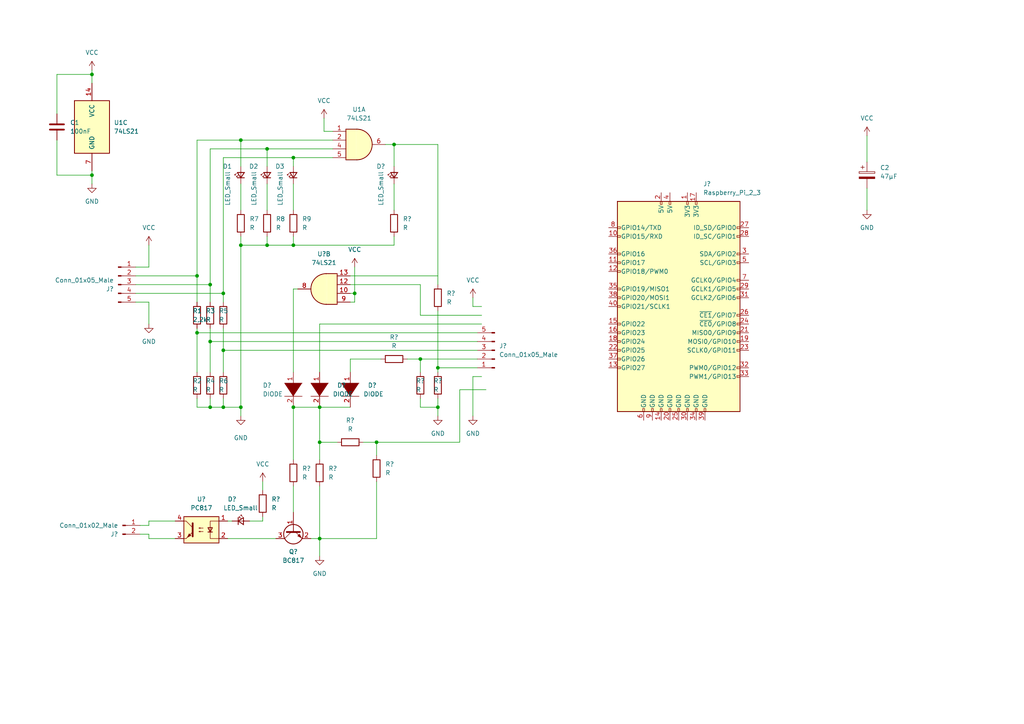
<source format=kicad_sch>
(kicad_sch (version 20230121) (generator eeschema)
  (paper "A4")
  (lib_symbols
    (symbol "74LS21_1" (pin_names (offset 1.016))
      (property "Reference" "U" (at 0 1.27 0))
      (property "Value" "74LS21_1" (at 0 -1.27 0))
      (symbol "74LS21_1_1_1"
        (arc (start -0.635 -4.445) (mid 3.7907 0) (end -0.635 4.445) (stroke (width 0.254)) (fill (type background)))
        (polyline (pts (xy -0.635 4.445) (xy -3.81 4.445) (xy -3.81 -4.445) (xy -0.635 -4.445)) (stroke (width 0.254)) (fill (type background)))
        (pin input line (at -7.62 3.81 0) (length 3.81) (name "~") (number "1"))
        (pin input line (at -7.62 1.27 0) (length 3.81) (name "~") (number "2"))
        (pin input line (at -7.62 -1.27 0) (length 3.81) (name "~") (number "4"))
        (pin input line (at -7.62 -3.81 0) (length 3.81) (name "~") (number "5"))
        (pin output line (at 7.62 0 180) (length 3.81) (name "~") (number "6"))
      )
      (symbol "74LS21_1_1_2"
        (arc (start -3.81 -4.445) (mid -2.5908 0) (end -3.81 4.445) (stroke (width 0.254)))
        (arc (start -0.6096 -4.445) (mid 2.224 -2.8428) (end 3.81 0) (stroke (width 0.254)) (fill (type background)))
        (polyline (pts (xy -3.81 -4.445) (xy -0.635 -4.445)) (stroke (width 0.254)) (fill (type background)))
        (polyline (pts (xy -3.81 4.445) (xy -0.635 4.445)) (stroke (width 0.254)) (fill (type background)))
        (polyline (pts (xy -0.635 4.445) (xy -3.81 4.445) (xy -3.81 4.445) (xy -3.6322 4.0894) (xy -3.0988 2.921) (xy -2.7686 1.6764) (xy -2.6162 0.4318) (xy -2.6416 -0.8636) (xy -2.8702 -2.1082) (xy -3.2512 -3.3274) (xy -3.81 -4.445) (xy -3.81 -4.445) (xy -0.635 -4.445)) (stroke (width -25.4)) (fill (type background)))
        (arc (start 3.81 0) (mid 2.2198 2.8386) (end -0.6096 4.445) (stroke (width 0.254)) (fill (type background)))
        (pin input inverted (at -7.62 3.81 0) (length 3.81) (name "~") (number "1"))
        (pin input inverted (at -7.62 1.27 0) (length 4.826) (name "~") (number "2"))
        (pin input inverted (at -7.62 -1.27 0) (length 4.826) (name "~") (number "4"))
        (pin input inverted (at -7.62 -3.81 0) (length 3.81) (name "~") (number "5"))
        (pin output inverted (at 7.62 0 180) (length 3.81) (name "~") (number "6"))
      )
      (symbol "74LS21_1_2_1"
        (arc (start -0.635 -4.445) (mid 3.7907 0) (end -0.635 4.445) (stroke (width 0.254)) (fill (type background)))
        (polyline (pts (xy -0.635 4.445) (xy -3.81 4.445) (xy -3.81 -4.445) (xy -0.635 -4.445)) (stroke (width 0.254)) (fill (type background)))
        (pin input line (at -7.62 1.27 0) (length 3.81) (name "~") (number "10"))
        (pin input line (at -7.62 -1.27 0) (length 3.81) (name "~") (number "12"))
        (pin input line (at -7.62 -3.81 0) (length 3.81) (name "~") (number "13"))
        (pin output line (at 7.62 0 180) (length 3.81) (name "~") (number "8"))
        (pin input line (at -7.62 3.81 0) (length 3.81) (name "~") (number "9"))
      )
      (symbol "74LS21_1_2_2"
        (arc (start -3.81 -4.445) (mid -2.5908 0) (end -3.81 4.445) (stroke (width 0.254)))
        (arc (start -0.6096 -4.445) (mid 2.224 -2.8428) (end 3.81 0) (stroke (width 0.254)) (fill (type background)))
        (polyline (pts (xy -3.81 -4.445) (xy -0.635 -4.445)) (stroke (width 0.254)) (fill (type background)))
        (polyline (pts (xy -3.81 4.445) (xy -0.635 4.445)) (stroke (width 0.254)) (fill (type background)))
        (polyline (pts (xy -0.635 4.445) (xy -3.81 4.445) (xy -3.81 4.445) (xy -3.6322 4.0894) (xy -3.0988 2.921) (xy -2.7686 1.6764) (xy -2.6162 0.4318) (xy -2.6416 -0.8636) (xy -2.8702 -2.1082) (xy -3.2512 -3.3274) (xy -3.81 -4.445) (xy -3.81 -4.445) (xy -0.635 -4.445)) (stroke (width -25.4)) (fill (type background)))
        (arc (start 3.81 0) (mid 2.2198 2.8386) (end -0.6096 4.445) (stroke (width 0.254)) (fill (type background)))
        (pin input inverted (at -7.62 1.27 0) (length 4.826) (name "~") (number "10"))
        (pin input inverted (at -7.62 -1.27 0) (length 4.826) (name "~") (number "12"))
        (pin input inverted (at -7.62 -3.81 0) (length 3.81) (name "~") (number "13"))
        (pin output inverted (at 7.62 0 180) (length 3.81) (name "~") (number "8"))
        (pin input inverted (at -7.62 3.81 0) (length 3.81) (name "~") (number "9"))
      )
      (symbol "74LS21_1_3_0"
        (pin power_in line (at 0 12.7 270) (length 5.08) (name "VCC") (number "14"))
        (pin power_in line (at 0 -12.7 90) (length 5.08) (name "GND") (number "7"))
      )
      (symbol "74LS21_1_3_1"
        (rectangle (start -5.08 7.62) (end 5.08 -7.62) (stroke (width 0.254)) (fill (type background)))
      )
    )
    (symbol "74xx:74LS21" (pin_names (offset 1.016))
      (property "Reference" "U" (at 0 1.27 0))
      (property "Value" "74LS21" (at 0 -1.27 0))
      (symbol "74LS21_1_1"
        (arc (start -0.635 -4.445) (mid 3.7907 0) (end -0.635 4.445) (stroke (width 0.254)) (fill (type background)))
        (polyline (pts (xy -0.635 4.445) (xy -3.81 4.445) (xy -3.81 -4.445) (xy -0.635 -4.445)) (stroke (width 0.254)) (fill (type background)))
        (pin input line (at -7.62 3.81 0) (length 3.81) (name "~") (number "1"))
        (pin input line (at -7.62 1.27 0) (length 3.81) (name "~") (number "2"))
        (pin input line (at -7.62 -1.27 0) (length 3.81) (name "~") (number "4"))
        (pin input line (at -7.62 -3.81 0) (length 3.81) (name "~") (number "5"))
        (pin output line (at 7.62 0 180) (length 3.81) (name "~") (number "6"))
      )
      (symbol "74LS21_1_2"
        (arc (start -3.81 -4.445) (mid -2.5908 0) (end -3.81 4.445) (stroke (width 0.254)))
        (arc (start -0.6096 -4.445) (mid 2.224 -2.8428) (end 3.81 0) (stroke (width 0.254)) (fill (type background)))
        (polyline (pts (xy -3.81 -4.445) (xy -0.635 -4.445)) (stroke (width 0.254)) (fill (type background)))
        (polyline (pts (xy -3.81 4.445) (xy -0.635 4.445)) (stroke (width 0.254)) (fill (type background)))
        (polyline (pts (xy -0.635 4.445) (xy -3.81 4.445) (xy -3.81 4.445) (xy -3.6322 4.0894) (xy -3.0988 2.921) (xy -2.7686 1.6764) (xy -2.6162 0.4318) (xy -2.6416 -0.8636) (xy -2.8702 -2.1082) (xy -3.2512 -3.3274) (xy -3.81 -4.445) (xy -3.81 -4.445) (xy -0.635 -4.445)) (stroke (width -25.4)) (fill (type background)))
        (arc (start 3.81 0) (mid 2.2198 2.8386) (end -0.6096 4.445) (stroke (width 0.254)) (fill (type background)))
        (pin input inverted (at -7.62 3.81 0) (length 3.81) (name "~") (number "1"))
        (pin input inverted (at -7.62 1.27 0) (length 4.826) (name "~") (number "2"))
        (pin input inverted (at -7.62 -1.27 0) (length 4.826) (name "~") (number "4"))
        (pin input inverted (at -7.62 -3.81 0) (length 3.81) (name "~") (number "5"))
        (pin output inverted (at 7.62 0 180) (length 3.81) (name "~") (number "6"))
      )
      (symbol "74LS21_2_1"
        (arc (start -0.635 -4.445) (mid 3.7907 0) (end -0.635 4.445) (stroke (width 0.254)) (fill (type background)))
        (polyline (pts (xy -0.635 4.445) (xy -3.81 4.445) (xy -3.81 -4.445) (xy -0.635 -4.445)) (stroke (width 0.254)) (fill (type background)))
        (pin input line (at -7.62 1.27 0) (length 3.81) (name "~") (number "10"))
        (pin input line (at -7.62 -1.27 0) (length 3.81) (name "~") (number "12"))
        (pin input line (at -7.62 -3.81 0) (length 3.81) (name "~") (number "13"))
        (pin output line (at 7.62 0 180) (length 3.81) (name "~") (number "8"))
        (pin input line (at -7.62 3.81 0) (length 3.81) (name "~") (number "9"))
      )
      (symbol "74LS21_2_2"
        (arc (start -3.81 -4.445) (mid -2.5908 0) (end -3.81 4.445) (stroke (width 0.254)))
        (arc (start -0.6096 -4.445) (mid 2.224 -2.8428) (end 3.81 0) (stroke (width 0.254)) (fill (type background)))
        (polyline (pts (xy -3.81 -4.445) (xy -0.635 -4.445)) (stroke (width 0.254)) (fill (type background)))
        (polyline (pts (xy -3.81 4.445) (xy -0.635 4.445)) (stroke (width 0.254)) (fill (type background)))
        (polyline (pts (xy -0.635 4.445) (xy -3.81 4.445) (xy -3.81 4.445) (xy -3.6322 4.0894) (xy -3.0988 2.921) (xy -2.7686 1.6764) (xy -2.6162 0.4318) (xy -2.6416 -0.8636) (xy -2.8702 -2.1082) (xy -3.2512 -3.3274) (xy -3.81 -4.445) (xy -3.81 -4.445) (xy -0.635 -4.445)) (stroke (width -25.4)) (fill (type background)))
        (arc (start 3.81 0) (mid 2.2198 2.8386) (end -0.6096 4.445) (stroke (width 0.254)) (fill (type background)))
        (pin input inverted (at -7.62 1.27 0) (length 4.826) (name "~") (number "10"))
        (pin input inverted (at -7.62 -1.27 0) (length 4.826) (name "~") (number "12"))
        (pin input inverted (at -7.62 -3.81 0) (length 3.81) (name "~") (number "13"))
        (pin output inverted (at 7.62 0 180) (length 3.81) (name "~") (number "8"))
        (pin input inverted (at -7.62 3.81 0) (length 3.81) (name "~") (number "9"))
      )
      (symbol "74LS21_3_0"
        (pin power_in line (at 0 12.7 270) (length 5.08) (name "VCC") (number "14"))
        (pin power_in line (at 0 -12.7 90) (length 5.08) (name "GND") (number "7"))
      )
      (symbol "74LS21_3_1"
        (rectangle (start -5.08 7.62) (end 5.08 -7.62) (stroke (width 0.254)) (fill (type background)))
      )
    )
    (symbol "Connector:Conn_01x02_Male" (pin_names (offset 1.016) hide)
      (property "Reference" "J" (at 0 2.54 0))
      (property "Value" "Conn_01x02_Male" (at 0 -5.08 0))
      (symbol "Conn_01x02_Male_1_1"
        (polyline (pts (xy 1.27 -2.54) (xy 0.8636 -2.54)) (stroke (width 0.1524)))
        (polyline (pts (xy 1.27 0) (xy 0.8636 0)) (stroke (width 0.1524)))
        (rectangle (start 0.8636 -2.413) (end 0 -2.667) (stroke (width 0.1524)) (fill (type outline)))
        (rectangle (start 0.8636 0.127) (end 0 -0.127) (stroke (width 0.1524)) (fill (type outline)))
        (pin passive line (at 5.08 0 180) (length 3.81) (name "Pin_1") (number "1"))
        (pin passive line (at 5.08 -2.54 180) (length 3.81) (name "Pin_2") (number "2"))
      )
    )
    (symbol "Connector:Conn_01x05_Male" (pin_names (offset 1.016) hide)
      (property "Reference" "J" (at 0 7.62 0))
      (property "Value" "Conn_01x05_Male" (at 0 -7.62 0))
      (symbol "Conn_01x05_Male_1_1"
        (polyline (pts (xy 1.27 -5.08) (xy 0.8636 -5.08)) (stroke (width 0.1524)))
        (polyline (pts (xy 1.27 -2.54) (xy 0.8636 -2.54)) (stroke (width 0.1524)))
        (polyline (pts (xy 1.27 0) (xy 0.8636 0)) (stroke (width 0.1524)))
        (polyline (pts (xy 1.27 2.54) (xy 0.8636 2.54)) (stroke (width 0.1524)))
        (polyline (pts (xy 1.27 5.08) (xy 0.8636 5.08)) (stroke (width 0.1524)))
        (rectangle (start 0.8636 -4.953) (end 0 -5.207) (stroke (width 0.1524)) (fill (type outline)))
        (rectangle (start 0.8636 -2.413) (end 0 -2.667) (stroke (width 0.1524)) (fill (type outline)))
        (rectangle (start 0.8636 0.127) (end 0 -0.127) (stroke (width 0.1524)) (fill (type outline)))
        (rectangle (start 0.8636 2.667) (end 0 2.413) (stroke (width 0.1524)) (fill (type outline)))
        (rectangle (start 0.8636 5.207) (end 0 4.953) (stroke (width 0.1524)) (fill (type outline)))
        (pin passive line (at 5.08 5.08 180) (length 3.81) (name "Pin_1") (number "1"))
        (pin passive line (at 5.08 2.54 180) (length 3.81) (name "Pin_2") (number "2"))
        (pin passive line (at 5.08 0 180) (length 3.81) (name "Pin_3") (number "3"))
        (pin passive line (at 5.08 -2.54 180) (length 3.81) (name "Pin_4") (number "4"))
        (pin passive line (at 5.08 -5.08 180) (length 3.81) (name "Pin_5") (number "5"))
      )
    )
    (symbol "Connector:Raspberry_Pi_2_3" (pin_names (offset 1.016))
      (property "Reference" "J" (at -17.78 31.75 0))
      (property "Value" "Raspberry_Pi_2_3" (at 10.16 -31.75 0))
      (symbol "Raspberry_Pi_2_3_0_1"
        (rectangle (start -17.78 30.48) (end 17.78 -30.48) (stroke (width 0.254)) (fill (type background)))
      )
      (symbol "Raspberry_Pi_2_3_1_1"
        (rectangle (start -16.891 -17.526) (end -17.78 -18.034))
        (rectangle (start -16.891 -14.986) (end -17.78 -15.494))
        (rectangle (start -16.891 -12.446) (end -17.78 -12.954))
        (rectangle (start -16.891 -9.906) (end -17.78 -10.414))
        (rectangle (start -16.891 -7.366) (end -17.78 -7.874))
        (rectangle (start -16.891 -4.826) (end -17.78 -5.334))
        (rectangle (start -16.891 0.254) (end -17.78 -0.254))
        (rectangle (start -16.891 2.794) (end -17.78 2.286))
        (rectangle (start -16.891 5.334) (end -17.78 4.826))
        (rectangle (start -16.891 10.414) (end -17.78 9.906))
        (rectangle (start -16.891 12.954) (end -17.78 12.446))
        (rectangle (start -16.891 15.494) (end -17.78 14.986))
        (rectangle (start -16.891 20.574) (end -17.78 20.066))
        (rectangle (start -16.891 23.114) (end -17.78 22.606))
        (rectangle (start -10.414 -29.591) (end -9.906 -30.48))
        (rectangle (start -7.874 -29.591) (end -7.366 -30.48))
        (rectangle (start -5.334 -29.591) (end -4.826 -30.48))
        (rectangle (start -5.334 30.48) (end -4.826 29.591))
        (rectangle (start -2.794 -29.591) (end -2.286 -30.48))
        (rectangle (start -2.794 30.48) (end -2.286 29.591))
        (rectangle (start -0.254 -29.591) (end 0.254 -30.48))
        (rectangle (start 2.286 -29.591) (end 2.794 -30.48))
        (rectangle (start 2.286 30.48) (end 2.794 29.591))
        (rectangle (start 4.826 -29.591) (end 5.334 -30.48))
        (rectangle (start 4.826 30.48) (end 5.334 29.591))
        (rectangle (start 7.366 -29.591) (end 7.874 -30.48))
        (rectangle (start 17.78 -20.066) (end 16.891 -20.574))
        (rectangle (start 17.78 -17.526) (end 16.891 -18.034))
        (rectangle (start 17.78 -12.446) (end 16.891 -12.954))
        (rectangle (start 17.78 -9.906) (end 16.891 -10.414))
        (rectangle (start 17.78 -7.366) (end 16.891 -7.874))
        (rectangle (start 17.78 -4.826) (end 16.891 -5.334))
        (rectangle (start 17.78 -2.286) (end 16.891 -2.794))
        (rectangle (start 17.78 2.794) (end 16.891 2.286))
        (rectangle (start 17.78 5.334) (end 16.891 4.826))
        (rectangle (start 17.78 7.874) (end 16.891 7.366))
        (rectangle (start 17.78 12.954) (end 16.891 12.446))
        (rectangle (start 17.78 15.494) (end 16.891 14.986))
        (rectangle (start 17.78 20.574) (end 16.891 20.066))
        (rectangle (start 17.78 23.114) (end 16.891 22.606))
        (pin power_in line (at 2.54 33.02 270) (length 2.54) (name "3V3") (number "1"))
        (pin bidirectional line (at -20.32 20.32 0) (length 2.54) (name "GPIO15/RXD") (number "10"))
        (pin bidirectional line (at -20.32 12.7 0) (length 2.54) (name "GPIO17") (number "11"))
        (pin bidirectional line (at -20.32 10.16 0) (length 2.54) (name "GPIO18/PWM0") (number "12"))
        (pin bidirectional line (at -20.32 -17.78 0) (length 2.54) (name "GPIO27") (number "13"))
        (pin power_in line (at -5.08 -33.02 90) (length 2.54) (name "GND") (number "14"))
        (pin bidirectional line (at -20.32 -5.08 0) (length 2.54) (name "GPIO22") (number "15"))
        (pin bidirectional line (at -20.32 -7.62 0) (length 2.54) (name "GPIO23") (number "16"))
        (pin power_in line (at 5.08 33.02 270) (length 2.54) (name "3V3") (number "17"))
        (pin bidirectional line (at -20.32 -10.16 0) (length 2.54) (name "GPIO24") (number "18"))
        (pin bidirectional line (at 20.32 -10.16 180) (length 2.54) (name "MOSI0/GPIO10") (number "19"))
        (pin power_in line (at -5.08 33.02 270) (length 2.54) (name "5V") (number "2"))
        (pin power_in line (at -2.54 -33.02 90) (length 2.54) (name "GND") (number "20"))
        (pin bidirectional line (at 20.32 -7.62 180) (length 2.54) (name "MISO0/GPIO9") (number "21"))
        (pin bidirectional line (at -20.32 -12.7 0) (length 2.54) (name "GPIO25") (number "22"))
        (pin bidirectional line (at 20.32 -12.7 180) (length 2.54) (name "SCLK0/GPIO11") (number "23"))
        (pin bidirectional line (at 20.32 -5.08 180) (length 2.54) (name "~{CE0}/GPIO8") (number "24"))
        (pin power_in line (at 0 -33.02 90) (length 2.54) (name "GND") (number "25"))
        (pin bidirectional line (at 20.32 -2.54 180) (length 2.54) (name "~{CE1}/GPIO7") (number "26"))
        (pin bidirectional line (at 20.32 22.86 180) (length 2.54) (name "ID_SD/GPIO0") (number "27"))
        (pin bidirectional line (at 20.32 20.32 180) (length 2.54) (name "ID_SC/GPIO1") (number "28"))
        (pin bidirectional line (at 20.32 5.08 180) (length 2.54) (name "GCLK1/GPIO5") (number "29"))
        (pin bidirectional line (at 20.32 15.24 180) (length 2.54) (name "SDA/GPIO2") (number "3"))
        (pin power_in line (at 2.54 -33.02 90) (length 2.54) (name "GND") (number "30"))
        (pin bidirectional line (at 20.32 2.54 180) (length 2.54) (name "GCLK2/GPIO6") (number "31"))
        (pin bidirectional line (at 20.32 -17.78 180) (length 2.54) (name "PWM0/GPIO12") (number "32"))
        (pin bidirectional line (at 20.32 -20.32 180) (length 2.54) (name "PWM1/GPIO13") (number "33"))
        (pin power_in line (at 5.08 -33.02 90) (length 2.54) (name "GND") (number "34"))
        (pin bidirectional line (at -20.32 5.08 0) (length 2.54) (name "GPIO19/MISO1") (number "35"))
        (pin bidirectional line (at -20.32 15.24 0) (length 2.54) (name "GPIO16") (number "36"))
        (pin bidirectional line (at -20.32 -15.24 0) (length 2.54) (name "GPIO26") (number "37"))
        (pin bidirectional line (at -20.32 2.54 0) (length 2.54) (name "GPIO20/MOSI1") (number "38"))
        (pin power_in line (at 7.62 -33.02 90) (length 2.54) (name "GND") (number "39"))
        (pin power_in line (at -2.54 33.02 270) (length 2.54) (name "5V") (number "4"))
        (pin bidirectional line (at -20.32 0 0) (length 2.54) (name "GPIO21/SCLK1") (number "40"))
        (pin bidirectional line (at 20.32 12.7 180) (length 2.54) (name "SCL/GPIO3") (number "5"))
        (pin power_in line (at -10.16 -33.02 90) (length 2.54) (name "GND") (number "6"))
        (pin bidirectional line (at 20.32 7.62 180) (length 2.54) (name "GCLK0/GPIO4") (number "7"))
        (pin bidirectional line (at -20.32 22.86 0) (length 2.54) (name "GPIO14/TXD") (number "8"))
        (pin power_in line (at -7.62 -33.02 90) (length 2.54) (name "GND") (number "9"))
      )
    )
    (symbol "Device:C" (pin_numbers hide) (pin_names (offset 0.254))
      (property "Reference" "C" (at 0.635 2.54 0))
      (property "Value" "C" (at 0.635 -2.54 0))
      (symbol "C_0_1"
        (polyline (pts (xy -2.032 -0.762) (xy 2.032 -0.762)) (stroke (width 0.508)))
        (polyline (pts (xy -2.032 0.762) (xy 2.032 0.762)) (stroke (width 0.508)))
      )
      (symbol "C_1_1"
        (pin passive line (at 0 3.81 270) (length 2.794) (name "~") (number "1"))
        (pin passive line (at 0 -3.81 90) (length 2.794) (name "~") (number "2"))
      )
    )
    (symbol "Device:C_Polarized" (pin_numbers hide) (pin_names (offset 0.254))
      (property "Reference" "C" (at 0.635 2.54 0))
      (property "Value" "C_Polarized" (at 0.635 -2.54 0))
      (symbol "C_Polarized_0_1"
        (rectangle (start -2.286 0.508) (end 2.286 1.016))
        (polyline (pts (xy -1.778 2.286) (xy -0.762 2.286)))
        (polyline (pts (xy -1.27 2.794) (xy -1.27 1.778)))
        (rectangle (start 2.286 -0.508) (end -2.286 -1.016) (fill (type outline)))
      )
      (symbol "C_Polarized_1_1"
        (pin passive line (at 0 3.81 270) (length 2.794) (name "~") (number "1"))
        (pin passive line (at 0 -3.81 90) (length 2.794) (name "~") (number "2"))
      )
    )
    (symbol "Device:LED_Small" (pin_numbers hide) (pin_names (offset 0.254) hide)
      (property "Reference" "D" (at -1.27 3.175 0))
      (property "Value" "LED_Small" (at -4.445 -2.54 0))
      (symbol "LED_Small_0_1"
        (polyline (pts (xy -0.762 -1.016) (xy -0.762 1.016)) (stroke (width 0.254)))
        (polyline (pts (xy 1.016 0) (xy -0.762 0)))
        (polyline (pts (xy 0.762 -1.016) (xy -0.762 0) (xy 0.762 1.016) (xy 0.762 -1.016)) (stroke (width 0.254)))
        (polyline (pts (xy 0 0.762) (xy -0.508 1.27) (xy -0.254 1.27) (xy -0.508 1.27) (xy -0.508 1.016)))
        (polyline (pts (xy 0.508 1.27) (xy 0 1.778) (xy 0.254 1.778) (xy 0 1.778) (xy 0 1.524)))
      )
      (symbol "LED_Small_1_1"
        (pin passive line (at -2.54 0 0) (length 1.778) (name "K") (number "1"))
        (pin passive line (at 2.54 0 180) (length 1.778) (name "A") (number "2"))
      )
    )
    (symbol "Device:R" (pin_numbers hide) (pin_names (offset 0))
      (property "Reference" "R" (at 2.032 0 90))
      (property "Value" "R" (at 0 0 90))
      (symbol "R_0_1"
        (rectangle (start -1.016 -2.54) (end 1.016 2.54) (stroke (width 0.254)))
      )
      (symbol "R_1_1"
        (pin passive line (at 0 3.81 270) (length 1.27) (name "~") (number "1"))
        (pin passive line (at 0 -3.81 90) (length 1.27) (name "~") (number "2"))
      )
    )
    (symbol "Isolator:PC817" (pin_names (offset 1.016))
      (property "Reference" "U" (at -5.08 5.08 0))
      (property "Value" "PC817" (at 0 5.08 0))
      (symbol "PC817_0_1"
        (rectangle (start -5.08 3.81) (end 5.08 -3.81) (stroke (width 0.254)) (fill (type background)))
        (polyline (pts (xy -3.175 -0.635) (xy -1.905 -0.635)) (stroke (width 0.254)))
        (polyline (pts (xy 2.54 0.635) (xy 4.445 2.54)))
        (polyline (pts (xy 4.445 -2.54) (xy 2.54 -0.635)) (fill (type outline)))
        (polyline (pts (xy 4.445 -2.54) (xy 5.08 -2.54)))
        (polyline (pts (xy 4.445 2.54) (xy 5.08 2.54)))
        (polyline (pts (xy -5.08 2.54) (xy -2.54 2.54) (xy -2.54 -0.635)))
        (polyline (pts (xy -2.54 -0.635) (xy -2.54 -2.54) (xy -5.08 -2.54)))
        (polyline (pts (xy 2.54 1.905) (xy 2.54 -1.905) (xy 2.54 -1.905)) (stroke (width 0.508)))
        (polyline (pts (xy -2.54 -0.635) (xy -3.175 0.635) (xy -1.905 0.635) (xy -2.54 -0.635)) (stroke (width 0.254)))
        (polyline (pts (xy -0.508 -0.508) (xy 0.762 -0.508) (xy 0.381 -0.635) (xy 0.381 -0.381) (xy 0.762 -0.508)))
        (polyline (pts (xy -0.508 0.508) (xy 0.762 0.508) (xy 0.381 0.381) (xy 0.381 0.635) (xy 0.762 0.508)))
        (polyline (pts (xy 3.048 -1.651) (xy 3.556 -1.143) (xy 4.064 -2.159) (xy 3.048 -1.651) (xy 3.048 -1.651)) (fill (type outline)))
      )
      (symbol "PC817_1_1"
        (pin passive line (at -7.62 2.54 0) (length 2.54) (name "~") (number "1"))
        (pin passive line (at -7.62 -2.54 0) (length 2.54) (name "~") (number "2"))
        (pin passive line (at 7.62 -2.54 180) (length 2.54) (name "~") (number "3"))
        (pin passive line (at 7.62 2.54 180) (length 2.54) (name "~") (number "4"))
      )
    )
    (symbol "Transistor_BJT:BC817" (pin_names (offset 0) hide)
      (property "Reference" "Q" (at 5.08 1.905 0))
      (property "Value" "BC817" (at 5.08 0 0))
      (symbol "BC817_0_1"
        (polyline (pts (xy 0.635 0.635) (xy 2.54 2.54)))
        (polyline (pts (xy 0.635 -0.635) (xy 2.54 -2.54) (xy 2.54 -2.54)))
        (polyline (pts (xy 0.635 1.905) (xy 0.635 -1.905) (xy 0.635 -1.905)) (stroke (width 0.508)))
        (polyline (pts (xy 1.27 -1.778) (xy 1.778 -1.27) (xy 2.286 -2.286) (xy 1.27 -1.778) (xy 1.27 -1.778)) (fill (type outline)))
        (circle (center 1.27 0) (radius 2.8194) (stroke (width 0.254)))
      )
      (symbol "BC817_1_1"
        (pin input line (at -5.08 0 0) (length 5.715) (name "B") (number "1"))
        (pin passive line (at 2.54 -5.08 90) (length 2.54) (name "E") (number "2"))
        (pin passive line (at 2.54 5.08 270) (length 2.54) (name "C") (number "3"))
      )
    )
    (symbol "power:GND" (power) (pin_names (offset 0))
      (property "Value" "GND" (at 0 -3.81 0))
      (symbol "GND_0_1"
        (polyline (pts (xy 0 0) (xy 0 -1.27) (xy 1.27 -1.27) (xy 0 -2.54) (xy -1.27 -1.27) (xy 0 -1.27)))
      )
      (symbol "GND_1_1"
        (pin power_in line (at 0 0 270) (length 0) hide (name "GND") (number "1"))
      )
    )
    (symbol "power:VCC" (power) (pin_names (offset 0))
      (property "Value" "VCC" (at 0 3.81 0))
      (symbol "VCC_0_1"
        (polyline (pts (xy -0.762 1.27) (xy 0 2.54)))
        (polyline (pts (xy 0 0) (xy 0 2.54)))
        (polyline (pts (xy 0 2.54) (xy 0.762 1.27)))
      )
      (symbol "VCC_1_1"
        (pin power_in line (at 0 0 90) (length 0) hide (name "VCC") (number "1"))
      )
    )
    (symbol "pspice:DIODE" (pin_names (offset 1.016) hide)
      (property "Reference" "D" (at 0 3.81 0))
      (property "Value" "DIODE" (at 0 -4.445 0))
      (symbol "DIODE_0_1"
        (polyline (pts (xy 1.905 2.54) (xy 1.905 -2.54)))
        (polyline (pts (xy -1.905 2.54) (xy -1.905 -2.54) (xy 1.905 0)) (fill (type outline)))
      )
      (symbol "DIODE_1_1"
        (pin input line (at -5.08 0 0) (length 3.81) (name "K") (number "1"))
        (pin input line (at 5.08 0 180) (length 3.81) (name "A") (number "2"))
      )
    )
  )
  (junction (at 26.67 21.59))
  (junction (at 114.3 41.91))
  (junction (at 64.77 85.09))
  (junction (at 121.92 104.14))
  (junction (at 60.96 82.55))
  (junction (at 69.85 118.11))
  (junction (at 109.22 128.27))
  (junction (at 60.96 99.06))
  (junction (at 69.85 40.64))
  (junction (at 85.09 45.72))
  (junction (at 60.96 118.11))
  (junction (at 102.87 85.09))
  (junction (at 64.77 101.6))
  (junction (at 57.15 96.52))
  (junction (at 85.09 118.11))
  (junction (at 57.15 80.01))
  (junction (at 92.71 118.11))
  (junction (at 77.47 71.12))
  (junction (at 127 118.11))
  (junction (at 64.77 118.11))
  (junction (at 26.67 50.8))
  (junction (at 77.47 43.18))
  (junction (at 85.09 71.12))
  (junction (at 69.85 71.12))
  (junction (at 92.71 156.21))
  (junction (at 127 106.68))
  (junction (at 92.71 128.27))
  (wire (pts (xy 60.96 82.55) (xy 60.96 87.63)))
  (wire (pts (xy 69.85 68.58) (xy 69.85 71.12)))
  (wire (pts (xy 85.09 71.12) (xy 77.47 71.12)))
  (wire (pts (xy 72.39 151.13) (xy 76.2 151.13)))
  (wire (pts (xy 60.96 99.06) (xy 60.96 107.95)))
  (wire (pts (xy 43.18 93.98) (xy 43.18 87.63)))
  (wire (pts (xy 16.51 40.64) (xy 16.51 50.8)))
  (wire (pts (xy 85.09 83.82) (xy 85.09 107.95)))
  (wire (pts (xy 127 106.68) (xy 127 107.95)))
  (wire (pts (xy 57.15 40.64) (xy 57.15 80.01)))
  (wire (pts (xy 101.6 104.14) (xy 101.6 107.95)))
  (wire (pts (xy 137.16 109.22) (xy 137.16 120.65)))
  (wire (pts (xy 85.09 140.97) (xy 85.09 148.59)))
  (wire (pts (xy 64.77 101.6) (xy 64.77 107.95)))
  (wire (pts (xy 39.37 77.47) (xy 43.18 77.47)))
  (wire (pts (xy 43.18 154.94) (xy 43.18 156.21)))
  (wire (pts (xy 92.71 118.11) (xy 101.6 118.11)))
  (wire (pts (xy 85.09 118.11) (xy 92.71 118.11)))
  (wire (pts (xy 76.2 151.13) (xy 76.2 149.86)))
  (wire (pts (xy 101.6 80.01) (xy 127 80.01)))
  (wire (pts (xy 64.77 85.09) (xy 39.37 85.09)))
  (wire (pts (xy 39.37 80.01) (xy 57.15 80.01)))
  (wire (pts (xy 92.71 128.27) (xy 97.79 128.27)))
  (wire (pts (xy 57.15 40.64) (xy 69.85 40.64)))
  (wire (pts (xy 57.15 118.11) (xy 60.96 118.11)))
  (wire (pts (xy 85.09 118.11) (xy 85.09 133.35)))
  (wire (pts (xy 60.96 118.11) (xy 64.77 118.11)))
  (wire (pts (xy 85.09 71.12) (xy 114.3 71.12)))
  (wire (pts (xy 114.3 68.58) (xy 114.3 71.12)))
  (wire (pts (xy 114.3 41.91) (xy 111.76 41.91)))
  (wire (pts (xy 92.71 93.98) (xy 139.7 93.98)))
  (wire (pts (xy 101.6 104.14) (xy 110.49 104.14)))
  (wire (pts (xy 133.35 113.03) (xy 133.35 128.27)))
  (wire (pts (xy 85.09 53.34) (xy 85.09 60.96)))
  (wire (pts (xy 57.15 96.52) (xy 138.43 96.52)))
  (wire (pts (xy 102.87 85.09) (xy 101.6 85.09)))
  (wire (pts (xy 43.18 152.4) (xy 40.64 152.4)))
  (wire (pts (xy 16.51 21.59) (xy 16.51 33.02)))
  (wire (pts (xy 43.18 151.13) (xy 43.18 152.4)))
  (wire (pts (xy 60.96 99.06) (xy 138.43 99.06)))
  (wire (pts (xy 60.96 115.57) (xy 60.96 118.11)))
  (wire (pts (xy 121.92 91.44) (xy 139.7 91.44)))
  (wire (pts (xy 121.92 118.11) (xy 127 118.11)))
  (wire (pts (xy 64.77 85.09) (xy 64.77 87.63)))
  (wire (pts (xy 57.15 95.25) (xy 57.15 96.52)))
  (wire (pts (xy 69.85 118.11) (xy 69.85 120.65)))
  (wire (pts (xy 26.67 20.32) (xy 26.67 21.59)))
  (wire (pts (xy 139.7 109.22) (xy 137.16 109.22)))
  (wire (pts (xy 121.92 115.57) (xy 121.92 118.11)))
  (wire (pts (xy 121.92 82.55) (xy 121.92 91.44)))
  (wire (pts (xy 96.52 38.1) (xy 93.98 38.1)))
  (wire (pts (xy 133.35 113.03) (xy 140.97 113.03)))
  (wire (pts (xy 92.71 140.97) (xy 92.71 156.21)))
  (wire (pts (xy 77.47 43.18) (xy 77.47 48.26)))
  (wire (pts (xy 121.92 104.14) (xy 118.11 104.14)))
  (wire (pts (xy 60.96 95.25) (xy 60.96 99.06)))
  (wire (pts (xy 101.6 87.63) (xy 102.87 87.63)))
  (wire (pts (xy 66.04 156.21) (xy 80.01 156.21)))
  (wire (pts (xy 40.64 154.94) (xy 43.18 154.94)))
  (wire (pts (xy 86.36 83.82) (xy 85.09 83.82)))
  (wire (pts (xy 76.2 139.7) (xy 76.2 142.24)))
  (wire (pts (xy 57.15 115.57) (xy 57.15 118.11)))
  (wire (pts (xy 77.47 53.34) (xy 77.47 60.96)))
  (wire (pts (xy 26.67 21.59) (xy 26.67 24.13)))
  (wire (pts (xy 64.77 118.11) (xy 69.85 118.11)))
  (wire (pts (xy 105.41 128.27) (xy 109.22 128.27)))
  (wire (pts (xy 127 41.91) (xy 127 82.55)))
  (wire (pts (xy 109.22 128.27) (xy 109.22 132.08)))
  (wire (pts (xy 85.09 45.72) (xy 96.52 45.72)))
  (wire (pts (xy 251.46 39.37) (xy 251.46 46.99)))
  (wire (pts (xy 16.51 21.59) (xy 26.67 21.59)))
  (wire (pts (xy 77.47 43.18) (xy 96.52 43.18)))
  (wire (pts (xy 127 90.17) (xy 127 106.68)))
  (wire (pts (xy 85.09 45.72) (xy 64.77 45.72)))
  (wire (pts (xy 109.22 128.27) (xy 133.35 128.27)))
  (wire (pts (xy 92.71 118.11) (xy 92.71 128.27)))
  (wire (pts (xy 43.18 87.63) (xy 39.37 87.63)))
  (wire (pts (xy 251.46 54.61) (xy 251.46 60.96)))
  (wire (pts (xy 137.16 86.36) (xy 137.16 88.9)))
  (wire (pts (xy 26.67 49.53) (xy 26.67 50.8)))
  (wire (pts (xy 60.96 43.18) (xy 77.47 43.18)))
  (wire (pts (xy 26.67 50.8) (xy 26.67 53.34)))
  (wire (pts (xy 57.15 80.01) (xy 57.15 87.63)))
  (wire (pts (xy 121.92 107.95) (xy 121.92 104.14)))
  (wire (pts (xy 57.15 96.52) (xy 57.15 107.95)))
  (wire (pts (xy 102.87 87.63) (xy 102.87 85.09)))
  (wire (pts (xy 69.85 40.64) (xy 69.85 48.26)))
  (wire (pts (xy 109.22 139.7) (xy 109.22 156.21)))
  (wire (pts (xy 114.3 41.91) (xy 114.3 48.26)))
  (wire (pts (xy 102.87 77.47) (xy 102.87 85.09)))
  (wire (pts (xy 127 115.57) (xy 127 118.11)))
  (wire (pts (xy 85.09 45.72) (xy 85.09 48.26)))
  (wire (pts (xy 60.96 43.18) (xy 60.96 82.55)))
  (wire (pts (xy 93.98 38.1) (xy 93.98 34.29)))
  (wire (pts (xy 92.71 128.27) (xy 92.71 133.35)))
  (wire (pts (xy 85.09 68.58) (xy 85.09 71.12)))
  (wire (pts (xy 64.77 115.57) (xy 64.77 118.11)))
  (wire (pts (xy 50.8 151.13) (xy 43.18 151.13)))
  (wire (pts (xy 101.6 82.55) (xy 121.92 82.55)))
  (wire (pts (xy 43.18 77.47) (xy 43.18 71.12)))
  (wire (pts (xy 92.71 156.21) (xy 90.17 156.21)))
  (wire (pts (xy 43.18 156.21) (xy 50.8 156.21)))
  (wire (pts (xy 39.37 82.55) (xy 60.96 82.55)))
  (wire (pts (xy 92.71 107.95) (xy 92.71 93.98)))
  (wire (pts (xy 92.71 161.29) (xy 92.71 156.21)))
  (wire (pts (xy 121.92 104.14) (xy 138.43 104.14)))
  (wire (pts (xy 64.77 101.6) (xy 138.43 101.6)))
  (wire (pts (xy 127 118.11) (xy 127 120.65)))
  (wire (pts (xy 114.3 53.34) (xy 114.3 60.96)))
  (wire (pts (xy 127 106.68) (xy 138.43 106.68)))
  (wire (pts (xy 69.85 40.64) (xy 96.52 40.64)))
  (wire (pts (xy 77.47 68.58) (xy 77.47 71.12)))
  (wire (pts (xy 16.51 50.8) (xy 26.67 50.8)))
  (wire (pts (xy 137.16 88.9) (xy 139.7 88.9)))
  (wire (pts (xy 77.47 71.12) (xy 69.85 71.12)))
  (wire (pts (xy 109.22 156.21) (xy 92.71 156.21)))
  (wire (pts (xy 64.77 95.25) (xy 64.77 101.6)))
  (wire (pts (xy 66.04 151.13) (xy 67.31 151.13)))
  (wire (pts (xy 69.85 53.34) (xy 69.85 60.96)))
  (wire (pts (xy 64.77 45.72) (xy 64.77 85.09)))
  (wire (pts (xy 69.85 71.12) (xy 69.85 118.11)))
  (wire (pts (xy 127 41.91) (xy 114.3 41.91)))
  (symbol (lib_id "Connector:Raspberry_Pi_2_3") (at 196.85 88.9 0) (unit 1) (in_bom no) (on_board no)
    (property "Reference" "J?" (at 203.9494 53.34 0) (effects (justify left)))
    (property "Value" "Raspberry_Pi_2_3" (at 203.9494 55.88 0) (effects (justify left)))
    (property "Datasheet" "https://www.raspberrypi.org/documentation/hardware/raspberrypi/schematics/rpi_SCH_3bplus_1p0_reduced.pdf" (effects hide))
  )
  (symbol (lib_id "power:GND") (at 43.18 93.98 0) (unit 1)
    (property "Reference" "#PWR?" (effects hide))
    (property "Value" "GND" (at 43.18 99.06 0))
  )
  (symbol (lib_id "Device:C_Polarized") (at 251.46 50.8 0) (unit 1)
    (property "Reference" "C2" (at 255.27 48.641 0) (effects (justify left)))
    (property "Value" "47µF" (at 255.27 51.181 0) (effects (justify left)))
  )
  (symbol (lib_id "power:GND") (at 26.67 53.34 0) (unit 1)
    (property "Reference" "#PWR0103" (effects hide))
    (property "Value" "GND" (at 26.67 58.42 0))
  )
  (symbol (lib_id "Isolator:PC817") (at 58.42 153.67 0) (mirror y) (unit 1)
    (property "Reference" "U?" (at 58.42 144.78 0))
    (property "Value" "PC817" (at 58.42 147.32 0))
    (property "Footprint" "Package_DIP:DIP-4_W7.62mm" (effects hide))
    (property "Datasheet" "http://www.soselectronic.cz/a_info/resource/d/pc817.pdf" (effects hide))
  )
  (symbol (lib_id "Connector:Conn_01x05_Male") (at 143.51 101.6 180) (unit 1)
    (property "Reference" "J?" (at 144.78 100.3299 0) (effects (justify right)))
    (property "Value" "Conn_01x05_Male" (at 144.78 102.8699 0) (effects (justify right)))
  )
  (symbol (lib_id "Device:LED_Small") (at 77.47 50.8 90) (unit 1)
    (property "Reference" "D2" (at 74.93 48.26 90) (effects (justify left)))
    (property "Value" "LED_Small" (at 73.66 59.69 0) (effects (justify left)))
  )
  (symbol (lib_id "Device:LED_Small") (at 69.85 151.13 0) (unit 1)
    (property "Reference" "D?" (at 66.04 144.78 0) (effects (justify left)))
    (property "Value" "LED_Small" (at 64.77 147.32 0) (effects (justify left)))
  )
  (symbol (lib_id "Device:R") (at 85.09 64.77 0) (unit 1)
    (property "Reference" "R9" (at 87.63 63.4999 0) (effects (justify left)))
    (property "Value" "R" (at 87.63 66.0399 0) (effects (justify left)))
  )
  (symbol (lib_id "Connector:Conn_01x02_Male") (at 35.56 152.4 0) (unit 1)
    (property "Reference" "J?" (at 34.29 154.9401 0) (effects (justify right)))
    (property "Value" "Conn_01x02_Male" (at 34.29 152.4001 0) (effects (justify right)))
  )
  (symbol (lib_id "power:VCC") (at 102.87 77.47 0) (unit 1)
    (property "Reference" "#PWR?" (effects hide))
    (property "Value" "VCC" (at 102.87 72.39 0))
  )
  (symbol (lib_id "Device:R") (at 127 86.36 0) (unit 1)
    (property "Reference" "R?" (at 129.54 85.0899 0) (effects (justify left)))
    (property "Value" "R" (at 129.54 87.6299 0) (effects (justify left)))
  )
  (symbol (lib_id "power:VCC") (at 137.16 86.36 0) (unit 1)
    (property "Reference" "#PWR?" (effects hide))
    (property "Value" "VCC" (at 137.16 81.28 0))
  )
  (symbol (lib_id "Device:LED_Small") (at 114.3 50.8 90) (unit 1)
    (property "Reference" "D?" (at 111.76 48.26 90) (effects (justify left)))
    (property "Value" "LED_Small" (at 110.49 59.69 0) (effects (justify left)))
  )
  (symbol (lib_id "power:VCC") (at 93.98 34.29 0) (unit 1)
    (property "Reference" "#PWR01" (effects hide))
    (property "Value" "VCC" (at 93.98 29.21 0))
  )
  (symbol (lib_id "power:GND") (at 69.85 120.65 0) (unit 1)
    (property "Reference" "#PWR0105" (effects hide))
    (property "Value" "GND" (at 69.85 127 0))
  )
  (symbol (lib_id "Device:R") (at 60.96 91.44 0) (unit 1)
    (property "Reference" "R3" (at 59.69 90.17 0) (effects (justify left)))
    (property "Value" "R" (at 59.69 92.71 0) (effects (justify left)))
  )
  (symbol (lib_id "74xx:74LS21") (at 26.67 36.83 0) (unit 3)
    (property "Reference" "U1" (at 33.02 35.5599 0) (effects (justify left)))
    (property "Value" "74LS21" (at 33.02 38.0999 0) (effects (justify left)))
    (property "Datasheet" "http://www.ti.com/lit/gpn/sn74LS21" (effects hide))
  )
  (symbol (lib_id "Device:R") (at 77.47 64.77 0) (unit 1)
    (property "Reference" "R8" (at 80.01 63.4999 0) (effects (justify left)))
    (property "Value" "R" (at 80.01 66.0399 0) (effects (justify left)))
  )
  (symbol (lib_id "power:GND") (at 127 120.65 0) (unit 1)
    (property "Reference" "#PWR?" (effects hide))
    (property "Value" "GND" (at 127 125.73 0))
  )
  (symbol (lib_id "Device:R") (at 76.2 146.05 180) (unit 1)
    (property "Reference" "R?" (at 78.74 144.7799 0) (effects (justify right)))
    (property "Value" "R" (at 78.74 147.3199 0) (effects (justify right)))
  )
  (symbol (lib_id "Device:R") (at 64.77 111.76 0) (unit 1)
    (property "Reference" "R6" (at 63.5 110.49 0) (effects (justify left)))
    (property "Value" "R" (at 63.5 113.03 0) (effects (justify left)))
  )
  (symbol (lib_id "power:GND") (at 137.16 120.65 0) (unit 1)
    (property "Reference" "#PWR?" (effects hide))
    (property "Value" "GND" (at 137.16 125.73 0))
  )
  (symbol (lib_id "pspice:DIODE") (at 92.71 113.03 270) (unit 1)
    (property "Reference" "D?" (at 97.79 111.76 90) (effects (justify left)))
    (property "Value" "DIODE" (at 96.52 114.3 90) (effects (justify left)))
  )
  (symbol (lib_id "pspice:DIODE") (at 101.6 113.03 270) (unit 1)
    (property "Reference" "D?" (at 106.68 111.76 90) (effects (justify left)))
    (property "Value" "DIODE" (at 105.41 114.3 90) (effects (justify left)))
  )
  (symbol (lib_id "Device:R") (at 92.71 137.16 180) (unit 1)
    (property "Reference" "R?" (at 95.25 135.8899 0) (effects (justify right)))
    (property "Value" "R" (at 95.25 138.4299 0) (effects (justify right)))
  )
  (symbol (lib_id "Device:R") (at 101.6 128.27 270) (unit 1)
    (property "Reference" "R?" (at 101.6 121.92 90))
    (property "Value" "R" (at 101.6 124.46 90))
  )
  (symbol (lib_id "Device:R") (at 114.3 104.14 90) (unit 1)
    (property "Reference" "R?" (at 114.3 97.79 90))
    (property "Value" "R" (at 114.3 100.33 90))
  )
  (symbol (lib_id "Device:LED_Small") (at 69.85 50.8 90) (unit 1)
    (property "Reference" "D1" (at 67.31 48.26 90) (effects (justify left)))
    (property "Value" "LED_Small" (at 66.04 59.69 0) (effects (justify left)))
  )
  (symbol (lib_id "power:GND") (at 92.71 161.29 0) (unit 1)
    (property "Reference" "#PWR?" (effects hide))
    (property "Value" "GND" (at 92.71 166.37 0))
  )
  (symbol (lib_name "74LS21_1") (lib_id "74xx:74LS21") (at 93.98 83.82 180) (unit 2)
    (property "Reference" "U?" (at 93.98 73.66 0))
    (property "Value" "74LS21" (at 93.98 76.2 0))
    (property "Datasheet" "http://www.ti.com/lit/gpn/sn74LS21" (effects hide))
  )
  (symbol (lib_id "Device:R") (at 127 111.76 0) (unit 1)
    (property "Reference" "R?" (at 125.73 110.49 0) (effects (justify left)))
    (property "Value" "R" (at 125.73 113.03 0) (effects (justify left)))
  )
  (symbol (lib_id "Device:LED_Small") (at 85.09 50.8 90) (unit 1)
    (property "Reference" "D3" (at 82.55 48.26 90) (effects (justify left)))
    (property "Value" "LED_Small" (at 81.28 59.69 0) (effects (justify left)))
  )
  (symbol (lib_id "Device:R") (at 57.15 91.44 0) (unit 1)
    (property "Reference" "R1" (at 55.88 90.17 0) (effects (justify left)))
    (property "Value" "2,2k" (at 55.88 92.71 0) (effects (justify left)))
    (property "Footprint" "Diode_THT:D_5W_P12.70mm_Horizontal" (effects hide))
  )
  (symbol (lib_id "Device:R") (at 109.22 135.89 0) (unit 1)
    (property "Reference" "R?" (at 111.76 134.6199 0) (effects (justify left)))
    (property "Value" "R" (at 111.76 137.1599 0) (effects (justify left)))
  )
  (symbol (lib_id "pspice:DIODE") (at 85.09 113.03 270) (unit 1)
    (property "Reference" "D?" (at 76.2 111.76 90) (effects (justify left)))
    (property "Value" "DIODE" (at 76.2 114.3 90) (effects (justify left)))
  )
  (symbol (lib_id "Device:R") (at 114.3 64.77 0) (unit 1)
    (property "Reference" "R?" (at 116.84 63.4999 0) (effects (justify left)))
    (property "Value" "R" (at 116.84 66.0399 0) (effects (justify left)))
  )
  (symbol (lib_id "Device:R") (at 85.09 137.16 180) (unit 1)
    (property "Reference" "R?" (at 87.63 135.8899 0) (effects (justify right)))
    (property "Value" "R" (at 87.63 138.4299 0) (effects (justify right)))
  )
  (symbol (lib_id "Device:R") (at 69.85 64.77 0) (unit 1)
    (property "Reference" "R7" (at 72.39 63.4999 0) (effects (justify left)))
    (property "Value" "R" (at 72.39 66.0399 0) (effects (justify left)))
  )
  (symbol (lib_id "Connector:Conn_01x05_Male") (at 34.29 82.55 0) (unit 1)
    (property "Reference" "J?" (at 33.02 83.8201 0) (effects (justify right)))
    (property "Value" "Conn_01x05_Male" (at 33.02 81.2801 0) (effects (justify right)))
  )
  (symbol (lib_id "power:VCC") (at 76.2 139.7 0) (unit 1)
    (property "Reference" "#PWR?" (effects hide))
    (property "Value" "VCC" (at 76.2 134.62 0))
  )
  (symbol (lib_id "Device:R") (at 121.92 111.76 0) (unit 1)
    (property "Reference" "R?" (at 120.65 110.49 0) (effects (justify left)))
    (property "Value" "R" (at 120.65 113.03 0) (effects (justify left)))
  )
  (symbol (lib_id "power:VCC") (at 26.67 20.32 0) (unit 1)
    (property "Reference" "#PWR0104" (effects hide))
    (property "Value" "VCC" (at 26.67 15.24 0))
  )
  (symbol (lib_id "74xx:74LS21") (at 104.14 41.91 0) (unit 1)
    (property "Reference" "U1" (at 104.14 31.75 0))
    (property "Value" "74LS21" (at 104.14 34.29 0))
    (property "Datasheet" "http://www.ti.com/lit/gpn/sn74LS21" (effects hide))
  )
  (symbol (lib_id "Device:R") (at 64.77 91.44 0) (unit 1)
    (property "Reference" "R5" (at 63.5 90.17 0) (effects (justify left)))
    (property "Value" "R" (at 63.5 92.71 0) (effects (justify left)))
  )
  (symbol (lib_id "Device:R") (at 60.96 111.76 0) (unit 1)
    (property "Reference" "R4" (at 59.69 110.49 0) (effects (justify left)))
    (property "Value" "R" (at 59.69 113.03 0) (effects (justify left)))
  )
  (symbol (lib_id "power:GND") (at 251.46 60.96 0) (unit 1)
    (property "Reference" "#PWR02" (effects hide))
    (property "Value" "GND" (at 251.46 66.04 0))
  )
  (symbol (lib_id "Device:C") (at 16.51 36.83 0) (unit 1)
    (property "Reference" "C1" (at 20.32 35.56 0) (effects (justify left)))
    (property "Value" "100nF" (at 20.32 38.1 0) (effects (justify left)))
  )
  (symbol (lib_id "Device:R") (at 57.15 111.76 0) (unit 1)
    (property "Reference" "R2" (at 55.88 110.49 0) (effects (justify left)))
    (property "Value" "R" (at 55.88 113.03 0) (effects (justify left)))
  )
  (symbol (lib_id "power:VCC") (at 251.46 39.37 0) (unit 1)
    (property "Reference" "#PWR03" (effects hide))
    (property "Value" "VCC" (at 251.46 34.29 0))
  )
  (symbol (lib_id "power:VCC") (at 43.18 71.12 0) (unit 1)
    (property "Reference" "#PWR0101" (effects hide))
    (property "Value" "VCC" (at 43.18 66.04 0))
  )
  (symbol (lib_id "Transistor_BJT:BC817") (at 85.09 153.67 90) (mirror x) (unit 1)
    (property "Reference" "Q?" (at 85.09 160.02 90))
    (property "Value" "BC817" (at 85.09 162.56 90))
    (property "Footprint" "Package_TO_SOT_SMD:SOT-23" (effects hide))
    (property "Datasheet" "https://www.onsemi.com/pub/Collateral/BC818-D.pdf" (effects hide))
  )
)
</source>
